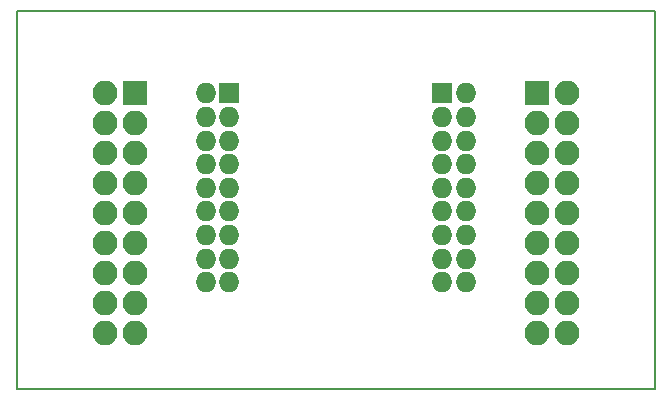
<source format=gbr>
G04 #@! TF.FileFunction,Soldermask,Bot*
%FSLAX46Y46*%
G04 Gerber Fmt 4.6, Leading zero omitted, Abs format (unit mm)*
G04 Created by KiCad (PCBNEW 4.0.6-e0-6349~53~ubuntu16.04.1) date Thu Jun 15 14:39:01 2017*
%MOMM*%
%LPD*%
G01*
G04 APERTURE LIST*
%ADD10C,0.100000*%
%ADD11C,0.150000*%
%ADD12R,1.750000X1.750000*%
%ADD13O,1.750000X1.750000*%
%ADD14R,2.100000X2.100000*%
%ADD15O,2.100000X2.100000*%
G04 APERTURE END LIST*
D10*
D11*
X99280000Y-63260000D02*
X153280000Y-63260000D01*
X99280000Y-95260000D02*
X99280000Y-63260000D01*
X153280000Y-95260000D02*
X99280000Y-95260000D01*
X153280000Y-63260000D02*
X153280000Y-95260000D01*
D12*
X117280000Y-70260000D03*
D13*
X115280000Y-70260000D03*
X117280000Y-72260000D03*
X115280000Y-72260000D03*
X117280000Y-74260000D03*
X115280000Y-74260000D03*
X117280000Y-76260000D03*
X115280000Y-76260000D03*
X117280000Y-78260000D03*
X115280000Y-78260000D03*
X117280000Y-80260000D03*
X115280000Y-80260000D03*
X117280000Y-82260000D03*
X115280000Y-82260000D03*
X117280000Y-84260000D03*
X115280000Y-84260000D03*
X117280000Y-86260000D03*
X115280000Y-86260000D03*
D12*
X135280000Y-70260000D03*
D13*
X137280000Y-70260000D03*
X135280000Y-72260000D03*
X137280000Y-72260000D03*
X135280000Y-74260000D03*
X137280000Y-74260000D03*
X135280000Y-76260000D03*
X137280000Y-76260000D03*
X135280000Y-78260000D03*
X137280000Y-78260000D03*
X135280000Y-80260000D03*
X137280000Y-80260000D03*
X135280000Y-82260000D03*
X137280000Y-82260000D03*
X135280000Y-84260000D03*
X137280000Y-84260000D03*
X135280000Y-86260000D03*
X137280000Y-86260000D03*
D14*
X109280000Y-70260000D03*
D15*
X106740000Y-70260000D03*
X109280000Y-72800000D03*
X106740000Y-72800000D03*
X109280000Y-75340000D03*
X106740000Y-75340000D03*
X109280000Y-77880000D03*
X106740000Y-77880000D03*
X109280000Y-80420000D03*
X106740000Y-80420000D03*
X109280000Y-82960000D03*
X106740000Y-82960000D03*
X109280000Y-85500000D03*
X106740000Y-85500000D03*
X109280000Y-88040000D03*
X106740000Y-88040000D03*
X109280000Y-90580000D03*
X106740000Y-90580000D03*
D14*
X143280000Y-70260000D03*
D15*
X145820000Y-70260000D03*
X143280000Y-72800000D03*
X145820000Y-72800000D03*
X143280000Y-75340000D03*
X145820000Y-75340000D03*
X143280000Y-77880000D03*
X145820000Y-77880000D03*
X143280000Y-80420000D03*
X145820000Y-80420000D03*
X143280000Y-82960000D03*
X145820000Y-82960000D03*
X143280000Y-85500000D03*
X145820000Y-85500000D03*
X143280000Y-88040000D03*
X145820000Y-88040000D03*
X143280000Y-90580000D03*
X145820000Y-90580000D03*
M02*

</source>
